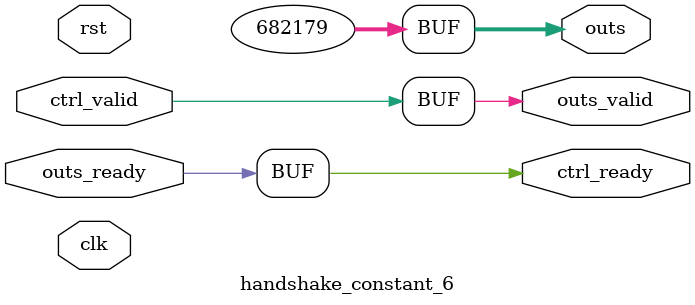
<source format=v>
`timescale 1ns / 1ps
module handshake_constant_6 #(
  parameter DATA_WIDTH = 32  // Default set to 32 bits
) (
  input                       clk,
  input                       rst,
  // Input Channel
  input                       ctrl_valid,
  output                      ctrl_ready,
  // Output Channel
  output [DATA_WIDTH - 1 : 0] outs,
  output                      outs_valid,
  input                       outs_ready
);
  assign outs       = 21'b010100110100011000011;
  assign outs_valid = ctrl_valid;
  assign ctrl_ready = outs_ready;

endmodule

</source>
